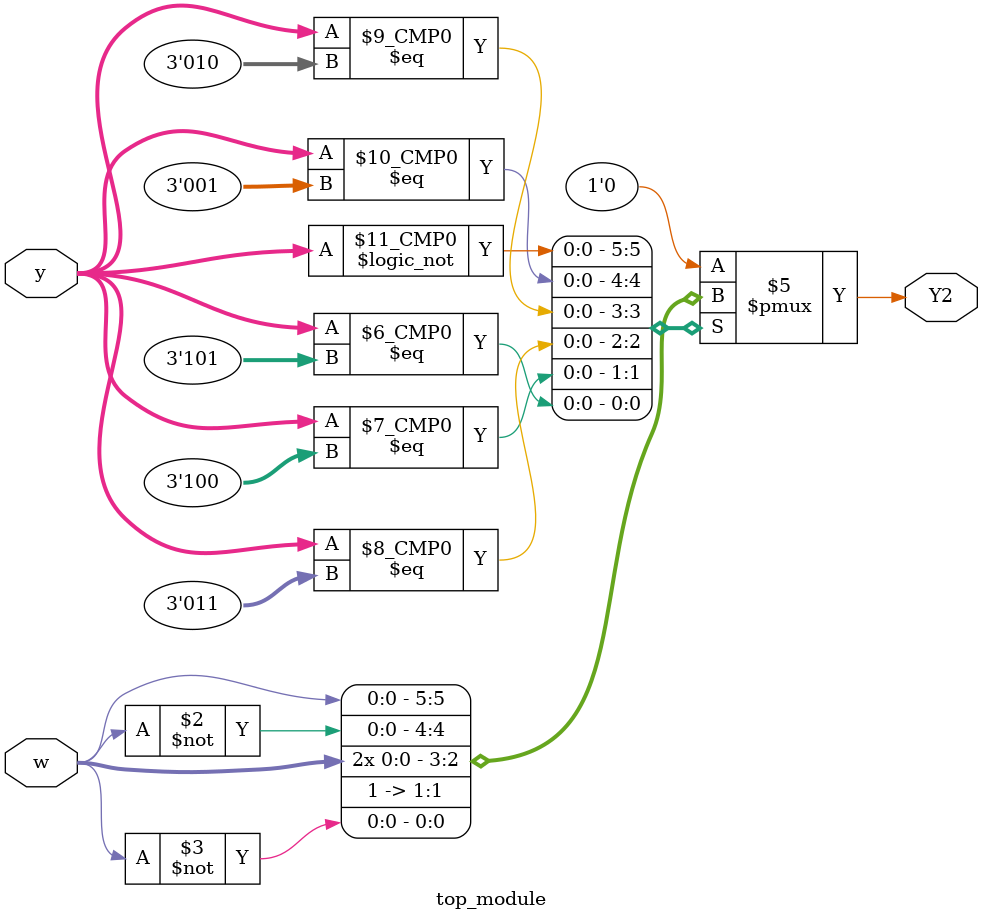
<source format=sv>
module top_module(
    input [3:1] y,
    input w,
    output reg Y2
);

always @(*) begin
    case (y)
        3'b000: // State A
            Y2 = w;
        3'b001: // State B
            Y2 = ~w;
        3'b010: // State C
            Y2 = w;
        3'b011: // State D
            Y2 = w;
        3'b100: // State E
            Y2 = 1'b1;
        3'b101: // State F
            Y2 = ~w;
        default:
            Y2 = 1'b0;
    endcase
end

endmodule

</source>
